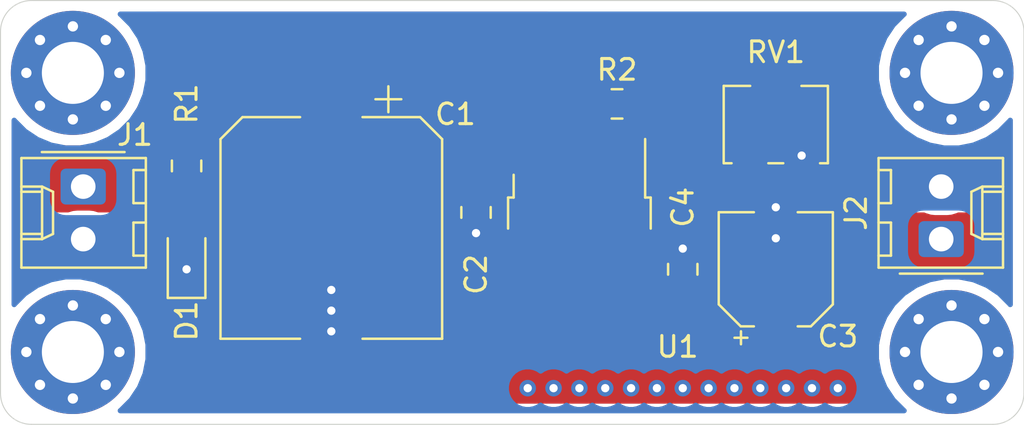
<source format=kicad_pcb>
(kicad_pcb (version 20171130) (host pcbnew "(5.1.6)-1")

  (general
    (thickness 1.6)
    (drawings 8)
    (tracks 33)
    (zones 0)
    (modules 15)
    (nets 6)
  )

  (page A4)
  (layers
    (0 F.Cu signal)
    (31 B.Cu signal)
    (32 B.Adhes user)
    (33 F.Adhes user)
    (34 B.Paste user)
    (35 F.Paste user)
    (36 B.SilkS user)
    (37 F.SilkS user)
    (38 B.Mask user)
    (39 F.Mask user)
    (40 Dwgs.User user)
    (41 Cmts.User user)
    (42 Eco1.User user)
    (43 Eco2.User user)
    (44 Edge.Cuts user)
    (45 Margin user)
    (46 B.CrtYd user)
    (47 F.CrtYd user)
    (48 B.Fab user hide)
    (49 F.Fab user hide)
  )

  (setup
    (last_trace_width 0.25)
    (trace_clearance 0.2)
    (zone_clearance 0.508)
    (zone_45_only no)
    (trace_min 0.2)
    (via_size 0.8)
    (via_drill 0.4)
    (via_min_size 0.4)
    (via_min_drill 0.3)
    (uvia_size 0.3)
    (uvia_drill 0.1)
    (uvias_allowed no)
    (uvia_min_size 0.2)
    (uvia_min_drill 0.1)
    (edge_width 0.05)
    (segment_width 0.2)
    (pcb_text_width 0.3)
    (pcb_text_size 1.5 1.5)
    (mod_edge_width 0.12)
    (mod_text_size 1 1)
    (mod_text_width 0.15)
    (pad_size 1.524 1.524)
    (pad_drill 0.762)
    (pad_to_mask_clearance 0.05)
    (aux_axis_origin 0 0)
    (visible_elements FFFFFF7F)
    (pcbplotparams
      (layerselection 0x010fc_ffffffff)
      (usegerberextensions false)
      (usegerberattributes true)
      (usegerberadvancedattributes true)
      (creategerberjobfile true)
      (excludeedgelayer true)
      (linewidth 0.100000)
      (plotframeref false)
      (viasonmask false)
      (mode 1)
      (useauxorigin false)
      (hpglpennumber 1)
      (hpglpenspeed 20)
      (hpglpendiameter 15.000000)
      (psnegative false)
      (psa4output false)
      (plotreference true)
      (plotvalue true)
      (plotinvisibletext false)
      (padsonsilk false)
      (subtractmaskfromsilk false)
      (outputformat 1)
      (mirror false)
      (drillshape 1)
      (scaleselection 1)
      (outputdirectory ""))
  )

  (net 0 "")
  (net 1 "Net-(C1-Pad1)")
  (net 2 GND)
  (net 3 "Net-(C3-Pad1)")
  (net 4 "Net-(D1-Pad2)")
  (net 5 "Net-(R2-Pad2)")

  (net_class Default "This is the default net class."
    (clearance 0.2)
    (trace_width 0.25)
    (via_dia 0.8)
    (via_drill 0.4)
    (uvia_dia 0.3)
    (uvia_drill 0.1)
    (add_net GND)
    (add_net "Net-(C1-Pad1)")
    (add_net "Net-(C3-Pad1)")
    (add_net "Net-(D1-Pad2)")
    (add_net "Net-(R2-Pad2)")
  )

  (module Capacitor_SMD:CP_Elec_10x12.5 (layer F.Cu) (tedit 5BCA39D1) (tstamp 5F6EB02A)
    (at 142 119 270)
    (descr "SMD capacitor, aluminum electrolytic, Vishay 1012, 10.0x12.5mm, http://www.vishay.com/docs/28395/150crz.pdf")
    (tags "capacitor electrolytic")
    (path /5F6F16A5)
    (attr smd)
    (fp_text reference C1 (at -5.5 -6 180) (layer F.SilkS)
      (effects (font (size 1 1) (thickness 0.15)))
    )
    (fp_text value 1000uF/25V (at 0 6.3 90) (layer F.Fab)
      (effects (font (size 1 1) (thickness 0.15)))
    )
    (fp_line (start -6.65 1.5) (end -5.5 1.5) (layer F.CrtYd) (width 0.05))
    (fp_line (start -6.65 -1.5) (end -6.65 1.5) (layer F.CrtYd) (width 0.05))
    (fp_line (start -5.5 -1.5) (end -6.65 -1.5) (layer F.CrtYd) (width 0.05))
    (fp_line (start -5.5 1.5) (end -5.5 4.35) (layer F.CrtYd) (width 0.05))
    (fp_line (start -5.5 -4.35) (end -5.5 -1.5) (layer F.CrtYd) (width 0.05))
    (fp_line (start -5.5 -4.35) (end -4.35 -5.5) (layer F.CrtYd) (width 0.05))
    (fp_line (start -5.5 4.35) (end -4.35 5.5) (layer F.CrtYd) (width 0.05))
    (fp_line (start -4.35 -5.5) (end 5.5 -5.5) (layer F.CrtYd) (width 0.05))
    (fp_line (start -4.35 5.5) (end 5.5 5.5) (layer F.CrtYd) (width 0.05))
    (fp_line (start 5.5 1.5) (end 5.5 5.5) (layer F.CrtYd) (width 0.05))
    (fp_line (start 6.65 1.5) (end 5.5 1.5) (layer F.CrtYd) (width 0.05))
    (fp_line (start 6.65 -1.5) (end 6.65 1.5) (layer F.CrtYd) (width 0.05))
    (fp_line (start 5.5 -1.5) (end 6.65 -1.5) (layer F.CrtYd) (width 0.05))
    (fp_line (start 5.5 -5.5) (end 5.5 -1.5) (layer F.CrtYd) (width 0.05))
    (fp_line (start -6.225 -3.385) (end -6.225 -2.135) (layer F.SilkS) (width 0.12))
    (fp_line (start -6.85 -2.76) (end -5.6 -2.76) (layer F.SilkS) (width 0.12))
    (fp_line (start -5.36 4.295563) (end -4.295563 5.36) (layer F.SilkS) (width 0.12))
    (fp_line (start -5.36 -4.295563) (end -4.295563 -5.36) (layer F.SilkS) (width 0.12))
    (fp_line (start -5.36 -4.295563) (end -5.36 -1.51) (layer F.SilkS) (width 0.12))
    (fp_line (start -5.36 4.295563) (end -5.36 1.51) (layer F.SilkS) (width 0.12))
    (fp_line (start -4.295563 5.36) (end 5.36 5.36) (layer F.SilkS) (width 0.12))
    (fp_line (start -4.295563 -5.36) (end 5.36 -5.36) (layer F.SilkS) (width 0.12))
    (fp_line (start 5.36 -5.36) (end 5.36 -1.51) (layer F.SilkS) (width 0.12))
    (fp_line (start 5.36 5.36) (end 5.36 1.51) (layer F.SilkS) (width 0.12))
    (fp_line (start -4.058325 -2.2) (end -4.058325 -1.2) (layer F.Fab) (width 0.1))
    (fp_line (start -4.558325 -1.7) (end -3.558325 -1.7) (layer F.Fab) (width 0.1))
    (fp_line (start -5.25 4.25) (end -4.25 5.25) (layer F.Fab) (width 0.1))
    (fp_line (start -5.25 -4.25) (end -4.25 -5.25) (layer F.Fab) (width 0.1))
    (fp_line (start -5.25 -4.25) (end -5.25 4.25) (layer F.Fab) (width 0.1))
    (fp_line (start -4.25 5.25) (end 5.25 5.25) (layer F.Fab) (width 0.1))
    (fp_line (start -4.25 -5.25) (end 5.25 -5.25) (layer F.Fab) (width 0.1))
    (fp_line (start 5.25 -5.25) (end 5.25 5.25) (layer F.Fab) (width 0.1))
    (fp_circle (center 0 0) (end 5 0) (layer F.Fab) (width 0.1))
    (fp_text user %R (at 0 0 90) (layer F.Fab)
      (effects (font (size 1 1) (thickness 0.15)))
    )
    (pad 1 smd roundrect (at -4.2 0 270) (size 4.4 2.5) (layers F.Cu F.Paste F.Mask) (roundrect_rratio 0.1)
      (net 1 "Net-(C1-Pad1)"))
    (pad 2 smd roundrect (at 4.2 0 270) (size 4.4 2.5) (layers F.Cu F.Paste F.Mask) (roundrect_rratio 0.1)
      (net 2 GND))
    (model ${KISYS3DMOD}/Capacitor_SMD.3dshapes/CP_Elec_10x12.5.wrl
      (at (xyz 0 0 0))
      (scale (xyz 1 1 1))
      (rotate (xyz 0 0 0))
    )
  )

  (module Capacitor_SMD:C_0805_2012Metric (layer F.Cu) (tedit 5B36C52B) (tstamp 5F6EB03B)
    (at 149 118.25 270)
    (descr "Capacitor SMD 0805 (2012 Metric), square (rectangular) end terminal, IPC_7351 nominal, (Body size source: https://docs.google.com/spreadsheets/d/1BsfQQcO9C6DZCsRaXUlFlo91Tg2WpOkGARC1WS5S8t0/edit?usp=sharing), generated with kicad-footprint-generator")
    (tags capacitor)
    (path /5F6F1DBC)
    (attr smd)
    (fp_text reference C2 (at 3 0 90) (layer F.SilkS)
      (effects (font (size 1 1) (thickness 0.15)))
    )
    (fp_text value 0.1uF/50V (at 0 1.65 90) (layer F.Fab)
      (effects (font (size 1 1) (thickness 0.15)))
    )
    (fp_line (start 1.68 0.95) (end -1.68 0.95) (layer F.CrtYd) (width 0.05))
    (fp_line (start 1.68 -0.95) (end 1.68 0.95) (layer F.CrtYd) (width 0.05))
    (fp_line (start -1.68 -0.95) (end 1.68 -0.95) (layer F.CrtYd) (width 0.05))
    (fp_line (start -1.68 0.95) (end -1.68 -0.95) (layer F.CrtYd) (width 0.05))
    (fp_line (start -0.258578 0.71) (end 0.258578 0.71) (layer F.SilkS) (width 0.12))
    (fp_line (start -0.258578 -0.71) (end 0.258578 -0.71) (layer F.SilkS) (width 0.12))
    (fp_line (start 1 0.6) (end -1 0.6) (layer F.Fab) (width 0.1))
    (fp_line (start 1 -0.6) (end 1 0.6) (layer F.Fab) (width 0.1))
    (fp_line (start -1 -0.6) (end 1 -0.6) (layer F.Fab) (width 0.1))
    (fp_line (start -1 0.6) (end -1 -0.6) (layer F.Fab) (width 0.1))
    (fp_text user %R (at 0 0 90) (layer F.Fab)
      (effects (font (size 0.5 0.5) (thickness 0.08)))
    )
    (pad 1 smd roundrect (at -0.9375 0 270) (size 0.975 1.4) (layers F.Cu F.Paste F.Mask) (roundrect_rratio 0.25)
      (net 1 "Net-(C1-Pad1)"))
    (pad 2 smd roundrect (at 0.9375 0 270) (size 0.975 1.4) (layers F.Cu F.Paste F.Mask) (roundrect_rratio 0.25)
      (net 2 GND))
    (model ${KISYS3DMOD}/Capacitor_SMD.3dshapes/C_0805_2012Metric.wrl
      (at (xyz 0 0 0))
      (scale (xyz 1 1 1))
      (rotate (xyz 0 0 0))
    )
  )

  (module Capacitor_SMD:CP_Elec_5x5.4 (layer F.Cu) (tedit 5BCA39CF) (tstamp 5F6EB063)
    (at 163.5 121 90)
    (descr "SMD capacitor, aluminum electrolytic, Nichicon, 5.0x5.4mm")
    (tags "capacitor electrolytic")
    (path /5F6EA4E1)
    (attr smd)
    (fp_text reference C3 (at -3.25 3 180) (layer F.SilkS)
      (effects (font (size 1 1) (thickness 0.15)))
    )
    (fp_text value 100uF/25V (at 0 3.7 90) (layer F.Fab)
      (effects (font (size 1 1) (thickness 0.15)))
    )
    (fp_line (start -3.95 1.05) (end -2.9 1.05) (layer F.CrtYd) (width 0.05))
    (fp_line (start -3.95 -1.05) (end -3.95 1.05) (layer F.CrtYd) (width 0.05))
    (fp_line (start -2.9 -1.05) (end -3.95 -1.05) (layer F.CrtYd) (width 0.05))
    (fp_line (start -2.9 1.05) (end -2.9 1.75) (layer F.CrtYd) (width 0.05))
    (fp_line (start -2.9 -1.75) (end -2.9 -1.05) (layer F.CrtYd) (width 0.05))
    (fp_line (start -2.9 -1.75) (end -1.75 -2.9) (layer F.CrtYd) (width 0.05))
    (fp_line (start -2.9 1.75) (end -1.75 2.9) (layer F.CrtYd) (width 0.05))
    (fp_line (start -1.75 -2.9) (end 2.9 -2.9) (layer F.CrtYd) (width 0.05))
    (fp_line (start -1.75 2.9) (end 2.9 2.9) (layer F.CrtYd) (width 0.05))
    (fp_line (start 2.9 1.05) (end 2.9 2.9) (layer F.CrtYd) (width 0.05))
    (fp_line (start 3.95 1.05) (end 2.9 1.05) (layer F.CrtYd) (width 0.05))
    (fp_line (start 3.95 -1.05) (end 3.95 1.05) (layer F.CrtYd) (width 0.05))
    (fp_line (start 2.9 -1.05) (end 3.95 -1.05) (layer F.CrtYd) (width 0.05))
    (fp_line (start 2.9 -2.9) (end 2.9 -1.05) (layer F.CrtYd) (width 0.05))
    (fp_line (start -3.3125 -1.9975) (end -3.3125 -1.3725) (layer F.SilkS) (width 0.12))
    (fp_line (start -3.625 -1.685) (end -3 -1.685) (layer F.SilkS) (width 0.12))
    (fp_line (start -2.76 1.695563) (end -1.695563 2.76) (layer F.SilkS) (width 0.12))
    (fp_line (start -2.76 -1.695563) (end -1.695563 -2.76) (layer F.SilkS) (width 0.12))
    (fp_line (start -2.76 -1.695563) (end -2.76 -1.06) (layer F.SilkS) (width 0.12))
    (fp_line (start -2.76 1.695563) (end -2.76 1.06) (layer F.SilkS) (width 0.12))
    (fp_line (start -1.695563 2.76) (end 2.76 2.76) (layer F.SilkS) (width 0.12))
    (fp_line (start -1.695563 -2.76) (end 2.76 -2.76) (layer F.SilkS) (width 0.12))
    (fp_line (start 2.76 -2.76) (end 2.76 -1.06) (layer F.SilkS) (width 0.12))
    (fp_line (start 2.76 2.76) (end 2.76 1.06) (layer F.SilkS) (width 0.12))
    (fp_line (start -1.783956 -1.45) (end -1.783956 -0.95) (layer F.Fab) (width 0.1))
    (fp_line (start -2.033956 -1.2) (end -1.533956 -1.2) (layer F.Fab) (width 0.1))
    (fp_line (start -2.65 1.65) (end -1.65 2.65) (layer F.Fab) (width 0.1))
    (fp_line (start -2.65 -1.65) (end -1.65 -2.65) (layer F.Fab) (width 0.1))
    (fp_line (start -2.65 -1.65) (end -2.65 1.65) (layer F.Fab) (width 0.1))
    (fp_line (start -1.65 2.65) (end 2.65 2.65) (layer F.Fab) (width 0.1))
    (fp_line (start -1.65 -2.65) (end 2.65 -2.65) (layer F.Fab) (width 0.1))
    (fp_line (start 2.65 -2.65) (end 2.65 2.65) (layer F.Fab) (width 0.1))
    (fp_circle (center 0 0) (end 2.5 0) (layer F.Fab) (width 0.1))
    (fp_text user %R (at 0 0 90) (layer F.Fab)
      (effects (font (size 1 1) (thickness 0.15)))
    )
    (pad 1 smd roundrect (at -2.2 0 90) (size 3 1.6) (layers F.Cu F.Paste F.Mask) (roundrect_rratio 0.15625)
      (net 3 "Net-(C3-Pad1)"))
    (pad 2 smd roundrect (at 2.2 0 90) (size 3 1.6) (layers F.Cu F.Paste F.Mask) (roundrect_rratio 0.15625)
      (net 2 GND))
    (model ${KISYS3DMOD}/Capacitor_SMD.3dshapes/CP_Elec_5x5.4.wrl
      (at (xyz 0 0 0))
      (scale (xyz 1 1 1))
      (rotate (xyz 0 0 0))
    )
  )

  (module Capacitor_SMD:C_0805_2012Metric (layer F.Cu) (tedit 5B36C52B) (tstamp 5F6EB074)
    (at 159 121 90)
    (descr "Capacitor SMD 0805 (2012 Metric), square (rectangular) end terminal, IPC_7351 nominal, (Body size source: https://docs.google.com/spreadsheets/d/1BsfQQcO9C6DZCsRaXUlFlo91Tg2WpOkGARC1WS5S8t0/edit?usp=sharing), generated with kicad-footprint-generator")
    (tags capacitor)
    (path /5F6E9C3C)
    (attr smd)
    (fp_text reference C4 (at 3 0 90) (layer F.SilkS)
      (effects (font (size 1 1) (thickness 0.15)))
    )
    (fp_text value 0.1uF/50V (at 0 1.65 90) (layer F.Fab)
      (effects (font (size 1 1) (thickness 0.15)))
    )
    (fp_text user %R (at 0 0 90) (layer F.Fab)
      (effects (font (size 0.5 0.5) (thickness 0.08)))
    )
    (fp_line (start -1 0.6) (end -1 -0.6) (layer F.Fab) (width 0.1))
    (fp_line (start -1 -0.6) (end 1 -0.6) (layer F.Fab) (width 0.1))
    (fp_line (start 1 -0.6) (end 1 0.6) (layer F.Fab) (width 0.1))
    (fp_line (start 1 0.6) (end -1 0.6) (layer F.Fab) (width 0.1))
    (fp_line (start -0.258578 -0.71) (end 0.258578 -0.71) (layer F.SilkS) (width 0.12))
    (fp_line (start -0.258578 0.71) (end 0.258578 0.71) (layer F.SilkS) (width 0.12))
    (fp_line (start -1.68 0.95) (end -1.68 -0.95) (layer F.CrtYd) (width 0.05))
    (fp_line (start -1.68 -0.95) (end 1.68 -0.95) (layer F.CrtYd) (width 0.05))
    (fp_line (start 1.68 -0.95) (end 1.68 0.95) (layer F.CrtYd) (width 0.05))
    (fp_line (start 1.68 0.95) (end -1.68 0.95) (layer F.CrtYd) (width 0.05))
    (pad 2 smd roundrect (at 0.9375 0 90) (size 0.975 1.4) (layers F.Cu F.Paste F.Mask) (roundrect_rratio 0.25)
      (net 2 GND))
    (pad 1 smd roundrect (at -0.9375 0 90) (size 0.975 1.4) (layers F.Cu F.Paste F.Mask) (roundrect_rratio 0.25)
      (net 3 "Net-(C3-Pad1)"))
    (model ${KISYS3DMOD}/Capacitor_SMD.3dshapes/C_0805_2012Metric.wrl
      (at (xyz 0 0 0))
      (scale (xyz 1 1 1))
      (rotate (xyz 0 0 0))
    )
  )

  (module LED_SMD:LED_0805_2012Metric_Castellated (layer F.Cu) (tedit 5B36C52C) (tstamp 5F6EB087)
    (at 135 120.5 90)
    (descr "LED SMD 0805 (2012 Metric), castellated end terminal, IPC_7351 nominal, (Body size source: https://docs.google.com/spreadsheets/d/1BsfQQcO9C6DZCsRaXUlFlo91Tg2WpOkGARC1WS5S8t0/edit?usp=sharing), generated with kicad-footprint-generator")
    (tags "LED castellated")
    (path /5F6F04AA)
    (attr smd)
    (fp_text reference D1 (at -3 0 90) (layer F.SilkS)
      (effects (font (size 1 1) (thickness 0.15)))
    )
    (fp_text value LED (at 0 1.6 90) (layer F.Fab)
      (effects (font (size 1 1) (thickness 0.15)))
    )
    (fp_line (start 1.88 0.9) (end -1.88 0.9) (layer F.CrtYd) (width 0.05))
    (fp_line (start 1.88 -0.9) (end 1.88 0.9) (layer F.CrtYd) (width 0.05))
    (fp_line (start -1.88 -0.9) (end 1.88 -0.9) (layer F.CrtYd) (width 0.05))
    (fp_line (start -1.88 0.9) (end -1.88 -0.9) (layer F.CrtYd) (width 0.05))
    (fp_line (start -1.885 0.91) (end 1 0.91) (layer F.SilkS) (width 0.12))
    (fp_line (start -1.885 -0.91) (end -1.885 0.91) (layer F.SilkS) (width 0.12))
    (fp_line (start 1 -0.91) (end -1.885 -0.91) (layer F.SilkS) (width 0.12))
    (fp_line (start 1 0.6) (end 1 -0.6) (layer F.Fab) (width 0.1))
    (fp_line (start -1 0.6) (end 1 0.6) (layer F.Fab) (width 0.1))
    (fp_line (start -1 -0.3) (end -1 0.6) (layer F.Fab) (width 0.1))
    (fp_line (start -0.7 -0.6) (end -1 -0.3) (layer F.Fab) (width 0.1))
    (fp_line (start 1 -0.6) (end -0.7 -0.6) (layer F.Fab) (width 0.1))
    (fp_text user %R (at 0 0 90) (layer F.Fab)
      (effects (font (size 0.5 0.5) (thickness 0.08)))
    )
    (pad 1 smd roundrect (at -0.9625 0 90) (size 1.325 1.3) (layers F.Cu F.Paste F.Mask) (roundrect_rratio 0.192308)
      (net 2 GND))
    (pad 2 smd roundrect (at 0.9625 0 90) (size 1.325 1.3) (layers F.Cu F.Paste F.Mask) (roundrect_rratio 0.192308)
      (net 4 "Net-(D1-Pad2)"))
    (model ${KISYS3DMOD}/LED_SMD.3dshapes/LED_0805_2012Metric_Castellated.wrl
      (at (xyz 0 0 0))
      (scale (xyz 1 1 1))
      (rotate (xyz 0 0 0))
    )
  )

  (module Connector_Molex:Molex_KK-254_AE-6410-02A_1x02_P2.54mm_Vertical (layer F.Cu) (tedit 5EA53D3B) (tstamp 5F6EB0CB)
    (at 130 117 270)
    (descr "Molex KK-254 Interconnect System, old/engineering part number: AE-6410-02A example for new part number: 22-27-2021, 2 Pins (http://www.molex.com/pdm_docs/sd/022272021_sd.pdf), generated with kicad-footprint-generator")
    (tags "connector Molex KK-254 vertical")
    (path /5F6ECA21)
    (fp_text reference J1 (at -2.5 -2.5 180) (layer F.SilkS)
      (effects (font (size 1 1) (thickness 0.15)))
    )
    (fp_text value INPUT (at 1.27 4.08 90) (layer F.Fab)
      (effects (font (size 1 1) (thickness 0.15)))
    )
    (fp_line (start 4.31 -3.42) (end -1.77 -3.42) (layer F.CrtYd) (width 0.05))
    (fp_line (start 4.31 3.38) (end 4.31 -3.42) (layer F.CrtYd) (width 0.05))
    (fp_line (start -1.77 3.38) (end 4.31 3.38) (layer F.CrtYd) (width 0.05))
    (fp_line (start -1.77 -3.42) (end -1.77 3.38) (layer F.CrtYd) (width 0.05))
    (fp_line (start 3.34 -2.43) (end 3.34 -3.03) (layer F.SilkS) (width 0.12))
    (fp_line (start 1.74 -2.43) (end 3.34 -2.43) (layer F.SilkS) (width 0.12))
    (fp_line (start 1.74 -3.03) (end 1.74 -2.43) (layer F.SilkS) (width 0.12))
    (fp_line (start 0.8 -2.43) (end 0.8 -3.03) (layer F.SilkS) (width 0.12))
    (fp_line (start -0.8 -2.43) (end 0.8 -2.43) (layer F.SilkS) (width 0.12))
    (fp_line (start -0.8 -3.03) (end -0.8 -2.43) (layer F.SilkS) (width 0.12))
    (fp_line (start 2.29 2.99) (end 2.29 1.99) (layer F.SilkS) (width 0.12))
    (fp_line (start 0.25 2.99) (end 0.25 1.99) (layer F.SilkS) (width 0.12))
    (fp_line (start 2.29 1.46) (end 2.54 1.99) (layer F.SilkS) (width 0.12))
    (fp_line (start 0.25 1.46) (end 2.29 1.46) (layer F.SilkS) (width 0.12))
    (fp_line (start 0 1.99) (end 0.25 1.46) (layer F.SilkS) (width 0.12))
    (fp_line (start 2.54 1.99) (end 2.54 2.99) (layer F.SilkS) (width 0.12))
    (fp_line (start 0 1.99) (end 2.54 1.99) (layer F.SilkS) (width 0.12))
    (fp_line (start 0 2.99) (end 0 1.99) (layer F.SilkS) (width 0.12))
    (fp_line (start -0.562893 0) (end -1.27 0.5) (layer F.Fab) (width 0.1))
    (fp_line (start -1.27 -0.5) (end -0.562893 0) (layer F.Fab) (width 0.1))
    (fp_line (start -1.67 -2) (end -1.67 2) (layer F.SilkS) (width 0.12))
    (fp_line (start 3.92 -3.03) (end -1.38 -3.03) (layer F.SilkS) (width 0.12))
    (fp_line (start 3.92 2.99) (end 3.92 -3.03) (layer F.SilkS) (width 0.12))
    (fp_line (start -1.38 2.99) (end 3.92 2.99) (layer F.SilkS) (width 0.12))
    (fp_line (start -1.38 -3.03) (end -1.38 2.99) (layer F.SilkS) (width 0.12))
    (fp_line (start 3.81 -2.92) (end -1.27 -2.92) (layer F.Fab) (width 0.1))
    (fp_line (start 3.81 2.88) (end 3.81 -2.92) (layer F.Fab) (width 0.1))
    (fp_line (start -1.27 2.88) (end 3.81 2.88) (layer F.Fab) (width 0.1))
    (fp_line (start -1.27 -2.92) (end -1.27 2.88) (layer F.Fab) (width 0.1))
    (fp_text user %R (at 1.27 -2.22 90) (layer F.Fab)
      (effects (font (size 1 1) (thickness 0.15)))
    )
    (pad 1 thru_hole roundrect (at 0 0 270) (size 1.74 2.19) (drill 1.19) (layers *.Cu *.Mask) (roundrect_rratio 0.143678)
      (net 1 "Net-(C1-Pad1)"))
    (pad 2 thru_hole oval (at 2.54 0 270) (size 1.74 2.19) (drill 1.19) (layers *.Cu *.Mask)
      (net 2 GND))
    (model ${KISYS3DMOD}/Connector_Molex.3dshapes/Molex_KK-254_AE-6410-02A_1x02_P2.54mm_Vertical.wrl
      (at (xyz 0 0 0))
      (scale (xyz 1 1 1))
      (rotate (xyz 0 0 0))
    )
  )

  (module Connector_Molex:Molex_KK-254_AE-6410-02A_1x02_P2.54mm_Vertical (layer F.Cu) (tedit 5EA53D3B) (tstamp 5F6EB0EF)
    (at 171.5 119.54 90)
    (descr "Molex KK-254 Interconnect System, old/engineering part number: AE-6410-02A example for new part number: 22-27-2021, 2 Pins (http://www.molex.com/pdm_docs/sd/022272021_sd.pdf), generated with kicad-footprint-generator")
    (tags "connector Molex KK-254 vertical")
    (path /5F6F419B)
    (fp_text reference J2 (at 1.27 -4.12 90) (layer F.SilkS)
      (effects (font (size 1 1) (thickness 0.15)))
    )
    (fp_text value OUTPUT (at 1.27 4.08 90) (layer F.Fab)
      (effects (font (size 1 1) (thickness 0.15)))
    )
    (fp_text user %R (at 1.27 -2.22 90) (layer F.Fab)
      (effects (font (size 1 1) (thickness 0.15)))
    )
    (fp_line (start -1.27 -2.92) (end -1.27 2.88) (layer F.Fab) (width 0.1))
    (fp_line (start -1.27 2.88) (end 3.81 2.88) (layer F.Fab) (width 0.1))
    (fp_line (start 3.81 2.88) (end 3.81 -2.92) (layer F.Fab) (width 0.1))
    (fp_line (start 3.81 -2.92) (end -1.27 -2.92) (layer F.Fab) (width 0.1))
    (fp_line (start -1.38 -3.03) (end -1.38 2.99) (layer F.SilkS) (width 0.12))
    (fp_line (start -1.38 2.99) (end 3.92 2.99) (layer F.SilkS) (width 0.12))
    (fp_line (start 3.92 2.99) (end 3.92 -3.03) (layer F.SilkS) (width 0.12))
    (fp_line (start 3.92 -3.03) (end -1.38 -3.03) (layer F.SilkS) (width 0.12))
    (fp_line (start -1.67 -2) (end -1.67 2) (layer F.SilkS) (width 0.12))
    (fp_line (start -1.27 -0.5) (end -0.562893 0) (layer F.Fab) (width 0.1))
    (fp_line (start -0.562893 0) (end -1.27 0.5) (layer F.Fab) (width 0.1))
    (fp_line (start 0 2.99) (end 0 1.99) (layer F.SilkS) (width 0.12))
    (fp_line (start 0 1.99) (end 2.54 1.99) (layer F.SilkS) (width 0.12))
    (fp_line (start 2.54 1.99) (end 2.54 2.99) (layer F.SilkS) (width 0.12))
    (fp_line (start 0 1.99) (end 0.25 1.46) (layer F.SilkS) (width 0.12))
    (fp_line (start 0.25 1.46) (end 2.29 1.46) (layer F.SilkS) (width 0.12))
    (fp_line (start 2.29 1.46) (end 2.54 1.99) (layer F.SilkS) (width 0.12))
    (fp_line (start 0.25 2.99) (end 0.25 1.99) (layer F.SilkS) (width 0.12))
    (fp_line (start 2.29 2.99) (end 2.29 1.99) (layer F.SilkS) (width 0.12))
    (fp_line (start -0.8 -3.03) (end -0.8 -2.43) (layer F.SilkS) (width 0.12))
    (fp_line (start -0.8 -2.43) (end 0.8 -2.43) (layer F.SilkS) (width 0.12))
    (fp_line (start 0.8 -2.43) (end 0.8 -3.03) (layer F.SilkS) (width 0.12))
    (fp_line (start 1.74 -3.03) (end 1.74 -2.43) (layer F.SilkS) (width 0.12))
    (fp_line (start 1.74 -2.43) (end 3.34 -2.43) (layer F.SilkS) (width 0.12))
    (fp_line (start 3.34 -2.43) (end 3.34 -3.03) (layer F.SilkS) (width 0.12))
    (fp_line (start -1.77 -3.42) (end -1.77 3.38) (layer F.CrtYd) (width 0.05))
    (fp_line (start -1.77 3.38) (end 4.31 3.38) (layer F.CrtYd) (width 0.05))
    (fp_line (start 4.31 3.38) (end 4.31 -3.42) (layer F.CrtYd) (width 0.05))
    (fp_line (start 4.31 -3.42) (end -1.77 -3.42) (layer F.CrtYd) (width 0.05))
    (pad 2 thru_hole oval (at 2.54 0 90) (size 1.74 2.19) (drill 1.19) (layers *.Cu *.Mask)
      (net 2 GND))
    (pad 1 thru_hole roundrect (at 0 0 90) (size 1.74 2.19) (drill 1.19) (layers *.Cu *.Mask) (roundrect_rratio 0.143678)
      (net 3 "Net-(C3-Pad1)"))
    (model ${KISYS3DMOD}/Connector_Molex.3dshapes/Molex_KK-254_AE-6410-02A_1x02_P2.54mm_Vertical.wrl
      (at (xyz 0 0 0))
      (scale (xyz 1 1 1))
      (rotate (xyz 0 0 0))
    )
  )

  (module Resistor_SMD:R_0805_2012Metric (layer F.Cu) (tedit 5B36C52B) (tstamp 5F6EB100)
    (at 135 116 270)
    (descr "Resistor SMD 0805 (2012 Metric), square (rectangular) end terminal, IPC_7351 nominal, (Body size source: https://docs.google.com/spreadsheets/d/1BsfQQcO9C6DZCsRaXUlFlo91Tg2WpOkGARC1WS5S8t0/edit?usp=sharing), generated with kicad-footprint-generator")
    (tags resistor)
    (path /5F6EAF95)
    (attr smd)
    (fp_text reference R1 (at -3 0 90) (layer F.SilkS)
      (effects (font (size 1 1) (thickness 0.15)))
    )
    (fp_text value 2.2k (at 0 1.65 90) (layer F.Fab)
      (effects (font (size 1 1) (thickness 0.15)))
    )
    (fp_line (start 1.68 0.95) (end -1.68 0.95) (layer F.CrtYd) (width 0.05))
    (fp_line (start 1.68 -0.95) (end 1.68 0.95) (layer F.CrtYd) (width 0.05))
    (fp_line (start -1.68 -0.95) (end 1.68 -0.95) (layer F.CrtYd) (width 0.05))
    (fp_line (start -1.68 0.95) (end -1.68 -0.95) (layer F.CrtYd) (width 0.05))
    (fp_line (start -0.258578 0.71) (end 0.258578 0.71) (layer F.SilkS) (width 0.12))
    (fp_line (start -0.258578 -0.71) (end 0.258578 -0.71) (layer F.SilkS) (width 0.12))
    (fp_line (start 1 0.6) (end -1 0.6) (layer F.Fab) (width 0.1))
    (fp_line (start 1 -0.6) (end 1 0.6) (layer F.Fab) (width 0.1))
    (fp_line (start -1 -0.6) (end 1 -0.6) (layer F.Fab) (width 0.1))
    (fp_line (start -1 0.6) (end -1 -0.6) (layer F.Fab) (width 0.1))
    (fp_text user %R (at 0 0 90) (layer F.Fab)
      (effects (font (size 0.5 0.5) (thickness 0.08)))
    )
    (pad 1 smd roundrect (at -0.9375 0 270) (size 0.975 1.4) (layers F.Cu F.Paste F.Mask) (roundrect_rratio 0.25)
      (net 1 "Net-(C1-Pad1)"))
    (pad 2 smd roundrect (at 0.9375 0 270) (size 0.975 1.4) (layers F.Cu F.Paste F.Mask) (roundrect_rratio 0.25)
      (net 4 "Net-(D1-Pad2)"))
    (model ${KISYS3DMOD}/Resistor_SMD.3dshapes/R_0805_2012Metric.wrl
      (at (xyz 0 0 0))
      (scale (xyz 1 1 1))
      (rotate (xyz 0 0 0))
    )
  )

  (module Resistor_SMD:R_0805_2012Metric (layer F.Cu) (tedit 5B36C52B) (tstamp 5F6EB111)
    (at 155.82 113)
    (descr "Resistor SMD 0805 (2012 Metric), square (rectangular) end terminal, IPC_7351 nominal, (Body size source: https://docs.google.com/spreadsheets/d/1BsfQQcO9C6DZCsRaXUlFlo91Tg2WpOkGARC1WS5S8t0/edit?usp=sharing), generated with kicad-footprint-generator")
    (tags resistor)
    (path /5F6F0EF7)
    (attr smd)
    (fp_text reference R2 (at 0 -1.65) (layer F.SilkS)
      (effects (font (size 1 1) (thickness 0.15)))
    )
    (fp_text value 220 (at 0 1.65) (layer F.Fab)
      (effects (font (size 1 1) (thickness 0.15)))
    )
    (fp_line (start 1.68 0.95) (end -1.68 0.95) (layer F.CrtYd) (width 0.05))
    (fp_line (start 1.68 -0.95) (end 1.68 0.95) (layer F.CrtYd) (width 0.05))
    (fp_line (start -1.68 -0.95) (end 1.68 -0.95) (layer F.CrtYd) (width 0.05))
    (fp_line (start -1.68 0.95) (end -1.68 -0.95) (layer F.CrtYd) (width 0.05))
    (fp_line (start -0.258578 0.71) (end 0.258578 0.71) (layer F.SilkS) (width 0.12))
    (fp_line (start -0.258578 -0.71) (end 0.258578 -0.71) (layer F.SilkS) (width 0.12))
    (fp_line (start 1 0.6) (end -1 0.6) (layer F.Fab) (width 0.1))
    (fp_line (start 1 -0.6) (end 1 0.6) (layer F.Fab) (width 0.1))
    (fp_line (start -1 -0.6) (end 1 -0.6) (layer F.Fab) (width 0.1))
    (fp_line (start -1 0.6) (end -1 -0.6) (layer F.Fab) (width 0.1))
    (fp_text user %R (at 0 0) (layer F.Fab)
      (effects (font (size 0.5 0.5) (thickness 0.08)))
    )
    (pad 1 smd roundrect (at -0.9375 0) (size 0.975 1.4) (layers F.Cu F.Paste F.Mask) (roundrect_rratio 0.25)
      (net 3 "Net-(C3-Pad1)"))
    (pad 2 smd roundrect (at 0.9375 0) (size 0.975 1.4) (layers F.Cu F.Paste F.Mask) (roundrect_rratio 0.25)
      (net 5 "Net-(R2-Pad2)"))
    (model ${KISYS3DMOD}/Resistor_SMD.3dshapes/R_0805_2012Metric.wrl
      (at (xyz 0 0 0))
      (scale (xyz 1 1 1))
      (rotate (xyz 0 0 0))
    )
  )

  (module Package_TO_SOT_SMD:TO-252-3_TabPin2 (layer F.Cu) (tedit 5A70F30B) (tstamp 5F6EB14A)
    (at 154 120 270)
    (descr "TO-252 / DPAK SMD package, http://www.infineon.com/cms/en/product/packages/PG-TO252/PG-TO252-3-1/")
    (tags "DPAK TO-252 DPAK-3 TO-252-3 SOT-428")
    (path /5F6E402A)
    (attr smd)
    (fp_text reference U1 (at 4.75 -4.75 180) (layer F.SilkS)
      (effects (font (size 1 1) (thickness 0.15)))
    )
    (fp_text value LM317L_TO92 (at 0 4.5 90) (layer F.Fab)
      (effects (font (size 1 1) (thickness 0.15)))
    )
    (fp_line (start 5.55 -3.5) (end -5.55 -3.5) (layer F.CrtYd) (width 0.05))
    (fp_line (start 5.55 3.5) (end 5.55 -3.5) (layer F.CrtYd) (width 0.05))
    (fp_line (start -5.55 3.5) (end 5.55 3.5) (layer F.CrtYd) (width 0.05))
    (fp_line (start -5.55 -3.5) (end -5.55 3.5) (layer F.CrtYd) (width 0.05))
    (fp_line (start -2.47 3.18) (end -3.57 3.18) (layer F.SilkS) (width 0.12))
    (fp_line (start -2.47 3.45) (end -2.47 3.18) (layer F.SilkS) (width 0.12))
    (fp_line (start -0.97 3.45) (end -2.47 3.45) (layer F.SilkS) (width 0.12))
    (fp_line (start -2.47 -3.18) (end -5.3 -3.18) (layer F.SilkS) (width 0.12))
    (fp_line (start -2.47 -3.45) (end -2.47 -3.18) (layer F.SilkS) (width 0.12))
    (fp_line (start -0.97 -3.45) (end -2.47 -3.45) (layer F.SilkS) (width 0.12))
    (fp_line (start -4.97 2.655) (end -2.27 2.655) (layer F.Fab) (width 0.1))
    (fp_line (start -4.97 1.905) (end -4.97 2.655) (layer F.Fab) (width 0.1))
    (fp_line (start -2.27 1.905) (end -4.97 1.905) (layer F.Fab) (width 0.1))
    (fp_line (start -4.97 0.375) (end -2.27 0.375) (layer F.Fab) (width 0.1))
    (fp_line (start -4.97 -0.375) (end -4.97 0.375) (layer F.Fab) (width 0.1))
    (fp_line (start -2.27 -0.375) (end -4.97 -0.375) (layer F.Fab) (width 0.1))
    (fp_line (start -4.97 -1.905) (end -2.27 -1.905) (layer F.Fab) (width 0.1))
    (fp_line (start -4.97 -2.655) (end -4.97 -1.905) (layer F.Fab) (width 0.1))
    (fp_line (start -1.865 -2.655) (end -4.97 -2.655) (layer F.Fab) (width 0.1))
    (fp_line (start -1.27 -3.25) (end 3.95 -3.25) (layer F.Fab) (width 0.1))
    (fp_line (start -2.27 -2.25) (end -1.27 -3.25) (layer F.Fab) (width 0.1))
    (fp_line (start -2.27 3.25) (end -2.27 -2.25) (layer F.Fab) (width 0.1))
    (fp_line (start 3.95 3.25) (end -2.27 3.25) (layer F.Fab) (width 0.1))
    (fp_line (start 3.95 -3.25) (end 3.95 3.25) (layer F.Fab) (width 0.1))
    (fp_line (start 4.95 2.7) (end 3.95 2.7) (layer F.Fab) (width 0.1))
    (fp_line (start 4.95 -2.7) (end 4.95 2.7) (layer F.Fab) (width 0.1))
    (fp_line (start 3.95 -2.7) (end 4.95 -2.7) (layer F.Fab) (width 0.1))
    (fp_text user %R (at 0 0 90) (layer F.Fab)
      (effects (font (size 1 1) (thickness 0.15)))
    )
    (pad 1 smd rect (at -4.2 -2.28 270) (size 2.2 1.2) (layers F.Cu F.Paste F.Mask)
      (net 5 "Net-(R2-Pad2)"))
    (pad 2 smd rect (at -4.2 0 270) (size 2.2 1.2) (layers F.Cu F.Paste F.Mask)
      (net 3 "Net-(C3-Pad1)"))
    (pad 3 smd rect (at -4.2 2.28 270) (size 2.2 1.2) (layers F.Cu F.Paste F.Mask)
      (net 1 "Net-(C1-Pad1)"))
    (pad 2 smd rect (at 2.1 0 270) (size 6.4 5.8) (layers F.Cu F.Mask)
      (net 3 "Net-(C3-Pad1)"))
    (pad "" smd rect (at 3.775 1.525 270) (size 3.05 2.75) (layers F.Paste))
    (pad "" smd rect (at 0.425 -1.525 270) (size 3.05 2.75) (layers F.Paste))
    (pad "" smd rect (at 3.775 -1.525 270) (size 3.05 2.75) (layers F.Paste))
    (pad "" smd rect (at 0.425 1.525 270) (size 3.05 2.75) (layers F.Paste))
    (model ${KISYS3DMOD}/Package_TO_SOT_SMD.3dshapes/TO-252-3_TabPin2.wrl
      (at (xyz 0 0 0))
      (scale (xyz 1 1 1))
      (rotate (xyz 0 0 0))
    )
  )

  (module MountingHole:MountingHole_3mm_Pad_Via (layer F.Cu) (tedit 56DDBED4) (tstamp 5F6EB4F0)
    (at 129.5 125)
    (descr "Mounting Hole 3mm")
    (tags "mounting hole 3mm")
    (path /5F72B142)
    (attr virtual)
    (fp_text reference H1 (at 4.5 2) (layer F.Fab)
      (effects (font (size 1 1) (thickness 0.15)))
    )
    (fp_text value MountingHole (at 0 4) (layer F.Fab)
      (effects (font (size 1 1) (thickness 0.15)))
    )
    (fp_circle (center 0 0) (end 3.25 0) (layer F.CrtYd) (width 0.05))
    (fp_circle (center 0 0) (end 3 0) (layer Cmts.User) (width 0.15))
    (fp_text user %R (at 0.3 0) (layer F.Fab)
      (effects (font (size 1 1) (thickness 0.15)))
    )
    (pad 1 thru_hole circle (at 0 0) (size 6 6) (drill 3) (layers *.Cu *.Mask))
    (pad 1 thru_hole circle (at 2.25 0) (size 0.8 0.8) (drill 0.5) (layers *.Cu *.Mask))
    (pad 1 thru_hole circle (at 1.59099 1.59099) (size 0.8 0.8) (drill 0.5) (layers *.Cu *.Mask))
    (pad 1 thru_hole circle (at 0 2.25) (size 0.8 0.8) (drill 0.5) (layers *.Cu *.Mask))
    (pad 1 thru_hole circle (at -1.59099 1.59099) (size 0.8 0.8) (drill 0.5) (layers *.Cu *.Mask))
    (pad 1 thru_hole circle (at -2.25 0) (size 0.8 0.8) (drill 0.5) (layers *.Cu *.Mask))
    (pad 1 thru_hole circle (at -1.59099 -1.59099) (size 0.8 0.8) (drill 0.5) (layers *.Cu *.Mask))
    (pad 1 thru_hole circle (at 0 -2.25) (size 0.8 0.8) (drill 0.5) (layers *.Cu *.Mask))
    (pad 1 thru_hole circle (at 1.59099 -1.59099) (size 0.8 0.8) (drill 0.5) (layers *.Cu *.Mask))
  )

  (module MountingHole:MountingHole_3mm_Pad_Via (layer F.Cu) (tedit 56DDBED4) (tstamp 5F6EB4FF)
    (at 129.5 111.5)
    (descr "Mounting Hole 3mm")
    (tags "mounting hole 3mm")
    (path /5F72C06D)
    (attr virtual)
    (fp_text reference H2 (at 4 -2) (layer F.Fab)
      (effects (font (size 1 1) (thickness 0.15)))
    )
    (fp_text value MountingHole (at 0 4) (layer F.Fab)
      (effects (font (size 1 1) (thickness 0.15)))
    )
    (fp_text user %R (at 0.3 0) (layer F.Fab)
      (effects (font (size 1 1) (thickness 0.15)))
    )
    (fp_circle (center 0 0) (end 3 0) (layer Cmts.User) (width 0.15))
    (fp_circle (center 0 0) (end 3.25 0) (layer F.CrtYd) (width 0.05))
    (pad 1 thru_hole circle (at 1.59099 -1.59099) (size 0.8 0.8) (drill 0.5) (layers *.Cu *.Mask))
    (pad 1 thru_hole circle (at 0 -2.25) (size 0.8 0.8) (drill 0.5) (layers *.Cu *.Mask))
    (pad 1 thru_hole circle (at -1.59099 -1.59099) (size 0.8 0.8) (drill 0.5) (layers *.Cu *.Mask))
    (pad 1 thru_hole circle (at -2.25 0) (size 0.8 0.8) (drill 0.5) (layers *.Cu *.Mask))
    (pad 1 thru_hole circle (at -1.59099 1.59099) (size 0.8 0.8) (drill 0.5) (layers *.Cu *.Mask))
    (pad 1 thru_hole circle (at 0 2.25) (size 0.8 0.8) (drill 0.5) (layers *.Cu *.Mask))
    (pad 1 thru_hole circle (at 1.59099 1.59099) (size 0.8 0.8) (drill 0.5) (layers *.Cu *.Mask))
    (pad 1 thru_hole circle (at 2.25 0) (size 0.8 0.8) (drill 0.5) (layers *.Cu *.Mask))
    (pad 1 thru_hole circle (at 0 0) (size 6 6) (drill 3) (layers *.Cu *.Mask))
  )

  (module MountingHole:MountingHole_3mm_Pad_Via (layer F.Cu) (tedit 56DDBED4) (tstamp 5F6EB50E)
    (at 172 125)
    (descr "Mounting Hole 3mm")
    (tags "mounting hole 3mm")
    (path /5F72C3AB)
    (attr virtual)
    (fp_text reference H3 (at -4.5 0) (layer F.Fab)
      (effects (font (size 1 1) (thickness 0.15)))
    )
    (fp_text value MountingHole (at 0 4) (layer F.Fab)
      (effects (font (size 1 1) (thickness 0.15)))
    )
    (fp_circle (center 0 0) (end 3.25 0) (layer F.CrtYd) (width 0.05))
    (fp_circle (center 0 0) (end 3 0) (layer Cmts.User) (width 0.15))
    (fp_text user %R (at 0.3 0) (layer F.Fab)
      (effects (font (size 1 1) (thickness 0.15)))
    )
    (pad 1 thru_hole circle (at 0 0) (size 6 6) (drill 3) (layers *.Cu *.Mask))
    (pad 1 thru_hole circle (at 2.25 0) (size 0.8 0.8) (drill 0.5) (layers *.Cu *.Mask))
    (pad 1 thru_hole circle (at 1.59099 1.59099) (size 0.8 0.8) (drill 0.5) (layers *.Cu *.Mask))
    (pad 1 thru_hole circle (at 0 2.25) (size 0.8 0.8) (drill 0.5) (layers *.Cu *.Mask))
    (pad 1 thru_hole circle (at -1.59099 1.59099) (size 0.8 0.8) (drill 0.5) (layers *.Cu *.Mask))
    (pad 1 thru_hole circle (at -2.25 0) (size 0.8 0.8) (drill 0.5) (layers *.Cu *.Mask))
    (pad 1 thru_hole circle (at -1.59099 -1.59099) (size 0.8 0.8) (drill 0.5) (layers *.Cu *.Mask))
    (pad 1 thru_hole circle (at 0 -2.25) (size 0.8 0.8) (drill 0.5) (layers *.Cu *.Mask))
    (pad 1 thru_hole circle (at 1.59099 -1.59099) (size 0.8 0.8) (drill 0.5) (layers *.Cu *.Mask))
  )

  (module MountingHole:MountingHole_3mm_Pad_Via (layer F.Cu) (tedit 56DDBED4) (tstamp 5F6EB51D)
    (at 172 111.5)
    (descr "Mounting Hole 3mm")
    (tags "mounting hole 3mm")
    (path /5F72C8B2)
    (attr virtual)
    (fp_text reference H4 (at -4.5 0) (layer F.Fab)
      (effects (font (size 1 1) (thickness 0.15)))
    )
    (fp_text value MountingHole (at 0 4) (layer F.Fab)
      (effects (font (size 1 1) (thickness 0.15)))
    )
    (fp_text user %R (at 0.3 0) (layer F.Fab)
      (effects (font (size 1 1) (thickness 0.15)))
    )
    (fp_circle (center 0 0) (end 3 0) (layer Cmts.User) (width 0.15))
    (fp_circle (center 0 0) (end 3.25 0) (layer F.CrtYd) (width 0.05))
    (pad 1 thru_hole circle (at 1.59099 -1.59099) (size 0.8 0.8) (drill 0.5) (layers *.Cu *.Mask))
    (pad 1 thru_hole circle (at 0 -2.25) (size 0.8 0.8) (drill 0.5) (layers *.Cu *.Mask))
    (pad 1 thru_hole circle (at -1.59099 -1.59099) (size 0.8 0.8) (drill 0.5) (layers *.Cu *.Mask))
    (pad 1 thru_hole circle (at -2.25 0) (size 0.8 0.8) (drill 0.5) (layers *.Cu *.Mask))
    (pad 1 thru_hole circle (at -1.59099 1.59099) (size 0.8 0.8) (drill 0.5) (layers *.Cu *.Mask))
    (pad 1 thru_hole circle (at 0 2.25) (size 0.8 0.8) (drill 0.5) (layers *.Cu *.Mask))
    (pad 1 thru_hole circle (at 1.59099 1.59099) (size 0.8 0.8) (drill 0.5) (layers *.Cu *.Mask))
    (pad 1 thru_hole circle (at 2.25 0) (size 0.8 0.8) (drill 0.5) (layers *.Cu *.Mask))
    (pad 1 thru_hole circle (at 0 0) (size 6 6) (drill 3) (layers *.Cu *.Mask))
  )

  (module Potentiometer_SMD:Potentiometer_Bourns_3224W_Vertical (layer F.Cu) (tedit 5A3D7171) (tstamp 5F6EB52C)
    (at 163.5 114 180)
    (descr "Potentiometer, vertical, Bourns 3224W, https://www.bourns.com/docs/Product-Datasheets/3224.pdf")
    (tags "Potentiometer vertical Bourns 3224W")
    (path /5F6EBC94)
    (attr smd)
    (fp_text reference RV1 (at 0 3.5) (layer F.SilkS)
      (effects (font (size 1 1) (thickness 0.15)))
    )
    (fp_text value 1k (at 0 3.5) (layer F.Fab)
      (effects (font (size 1 1) (thickness 0.15)))
    )
    (fp_line (start 2.65 -2.5) (end -2.65 -2.5) (layer F.CrtYd) (width 0.05))
    (fp_line (start 2.65 2.5) (end 2.65 -2.5) (layer F.CrtYd) (width 0.05))
    (fp_line (start -2.65 2.5) (end 2.65 2.5) (layer F.CrtYd) (width 0.05))
    (fp_line (start -2.65 -2.5) (end -2.65 2.5) (layer F.CrtYd) (width 0.05))
    (fp_line (start 2.52 -1.87) (end 2.52 1.87) (layer F.SilkS) (width 0.12))
    (fp_line (start -2.52 -1.87) (end -2.52 1.87) (layer F.SilkS) (width 0.12))
    (fp_line (start 1.24 1.87) (end 2.52 1.87) (layer F.SilkS) (width 0.12))
    (fp_line (start -2.52 1.87) (end -1.24 1.87) (layer F.SilkS) (width 0.12))
    (fp_line (start -0.36 -1.87) (end 0.36 -1.87) (layer F.SilkS) (width 0.12))
    (fp_line (start -2.52 -1.87) (end -2.14 -1.87) (layer F.SilkS) (width 0.12))
    (fp_line (start 2.14 -1.87) (end 2.52 -1.87) (layer F.SilkS) (width 0.12))
    (fp_line (start -1.2 1.393) (end -1.199 -0.092) (layer F.Fab) (width 0.1))
    (fp_line (start -1.2 1.393) (end -1.199 -0.092) (layer F.Fab) (width 0.1))
    (fp_line (start 2.4 -1.75) (end -2.4 -1.75) (layer F.Fab) (width 0.1))
    (fp_line (start 2.4 1.75) (end 2.4 -1.75) (layer F.Fab) (width 0.1))
    (fp_line (start -2.4 1.75) (end 2.4 1.75) (layer F.Fab) (width 0.1))
    (fp_line (start -2.4 -1.75) (end -2.4 1.75) (layer F.Fab) (width 0.1))
    (fp_circle (center -1.2 0.65) (end -0.45 0.65) (layer F.Fab) (width 0.1))
    (fp_text user %R (at 0.6 0) (layer F.Fab)
      (effects (font (size 0.6 0.6) (thickness 0.15)))
    )
    (pad 1 smd rect (at 1.25 -1.45 180) (size 1.3 1.6) (layers F.Cu F.Paste F.Mask)
      (net 5 "Net-(R2-Pad2)"))
    (pad 2 smd rect (at 0 1.45 180) (size 2 1.6) (layers F.Cu F.Paste F.Mask)
      (net 5 "Net-(R2-Pad2)"))
    (pad 3 smd rect (at -1.25 -1.45 180) (size 1.3 1.6) (layers F.Cu F.Paste F.Mask)
      (net 2 GND))
    (model ${KISYS3DMOD}/Potentiometer_SMD.3dshapes/Potentiometer_Bourns_3224W_Vertical.wrl
      (at (xyz 0 0 0))
      (scale (xyz 1 1 1))
      (rotate (xyz 0 0 0))
    )
  )

  (gr_line (start 126 127) (end 126 109.5) (layer Edge.Cuts) (width 0.05) (tstamp 5F6ECF14))
  (gr_line (start 174 128.5) (end 127.5 128.5) (layer Edge.Cuts) (width 0.05) (tstamp 5F6ECF13))
  (gr_line (start 175.5 109.5) (end 175.5 127) (layer Edge.Cuts) (width 0.05) (tstamp 5F6ECF12))
  (gr_line (start 127.5 108) (end 174 108) (layer Edge.Cuts) (width 0.05) (tstamp 5F6ECF11))
  (gr_arc (start 174 127) (end 174 128.5) (angle -90) (layer Edge.Cuts) (width 0.05))
  (gr_arc (start 174 109.5) (end 175.5 109.5) (angle -90) (layer Edge.Cuts) (width 0.05))
  (gr_arc (start 127.5 109.5) (end 127.5 108) (angle -90) (layer Edge.Cuts) (width 0.05))
  (gr_arc (start 127.5 127) (end 126 127) (angle -90) (layer Edge.Cuts) (width 0.05))

  (via (at 164.75 115.5) (size 0.8) (drill 0.4) (layers F.Cu B.Cu) (net 2) (status 30))
  (via (at 163.5 119.5) (size 0.8) (drill 0.4) (layers F.Cu B.Cu) (net 2) (status 30))
  (via (at 163.5 118) (size 0.8) (drill 0.4) (layers F.Cu B.Cu) (net 2) (status 30))
  (via (at 159 120) (size 0.8) (drill 0.4) (layers F.Cu B.Cu) (net 2) (status 30))
  (via (at 149 119.25) (size 0.8) (drill 0.4) (layers F.Cu B.Cu) (net 2) (status 30))
  (via (at 142 124) (size 0.8) (drill 0.4) (layers F.Cu B.Cu) (net 2) (status 30))
  (via (at 142 123) (size 0.8) (drill 0.4) (layers F.Cu B.Cu) (net 2) (status 30))
  (via (at 142 122) (size 0.8) (drill 0.4) (layers F.Cu B.Cu) (net 2) (status 30))
  (via (at 135 121) (size 0.8) (drill 0.4) (layers F.Cu B.Cu) (net 2) (status 30))
  (segment (start 154.8825 113) (end 154.5 113) (width 0.8) (layer F.Cu) (net 3) (status 30))
  (segment (start 154 113.5) (end 154 115.8) (width 0.8) (layer F.Cu) (net 3) (status 20))
  (segment (start 154.5 113) (end 154 113.5) (width 0.8) (layer F.Cu) (net 3) (status 10))
  (via (at 151.5 126.75) (size 0.8) (drill 0.4) (layers F.Cu B.Cu) (net 3))
  (via (at 152.75 126.75) (size 0.8) (drill 0.4) (layers F.Cu B.Cu) (net 3) (tstamp 5F6EE38E))
  (via (at 154 126.75) (size 0.8) (drill 0.4) (layers F.Cu B.Cu) (net 3) (tstamp 5F6EE390))
  (via (at 155.25 126.75) (size 0.8) (drill 0.4) (layers F.Cu B.Cu) (net 3) (tstamp 5F6EE392))
  (via (at 156.5 126.75) (size 0.8) (drill 0.4) (layers F.Cu B.Cu) (net 3) (tstamp 5F6EE394))
  (via (at 157.75 126.75) (size 0.8) (drill 0.4) (layers F.Cu B.Cu) (net 3) (tstamp 5F6EE396))
  (via (at 159 126.75) (size 0.8) (drill 0.4) (layers F.Cu B.Cu) (net 3) (tstamp 5F6EE398))
  (via (at 160.25 126.75) (size 0.8) (drill 0.4) (layers F.Cu B.Cu) (net 3) (tstamp 5F6EE39A))
  (via (at 161.5 126.75) (size 0.8) (drill 0.4) (layers F.Cu B.Cu) (net 3) (tstamp 5F6EE39C))
  (via (at 162.75 126.75) (size 0.8) (drill 0.4) (layers F.Cu B.Cu) (net 3) (tstamp 5F6EE39E))
  (via (at 164 126.75) (size 0.8) (drill 0.4) (layers F.Cu B.Cu) (net 3) (tstamp 5F6EE3C4))
  (via (at 165.25 126.75) (size 0.8) (drill 0.4) (layers F.Cu B.Cu) (net 3) (tstamp 5F6EE3C6))
  (via (at 166.5 126.75) (size 0.8) (drill 0.4) (layers F.Cu B.Cu) (net 3) (tstamp 5F6EE3C8))
  (segment (start 135 116.9375) (end 135 119.5375) (width 0.8) (layer F.Cu) (net 4) (status 30))
  (segment (start 163.5 112.55) (end 163.45 112.55) (width 0.8) (layer F.Cu) (net 5) (status 30))
  (segment (start 162.25 113.75) (end 162.25 115.45) (width 0.8) (layer F.Cu) (net 5) (status 20))
  (segment (start 163.45 112.55) (end 162.25 113.75) (width 0.8) (layer F.Cu) (net 5) (status 10))
  (segment (start 156.7575 115.3225) (end 156.28 115.8) (width 0.8) (layer F.Cu) (net 5) (status 30))
  (segment (start 156.7575 113) (end 156.7575 115.3225) (width 0.8) (layer F.Cu) (net 5) (status 30))
  (segment (start 156.63 115.45) (end 156.28 115.8) (width 0.8) (layer F.Cu) (net 5) (status 30))
  (segment (start 162.25 115.45) (end 156.63 115.45) (width 0.8) (layer F.Cu) (net 5) (status 30))

  (zone (net 2) (net_name GND) (layer B.Cu) (tstamp 0) (hatch edge 0.508)
    (connect_pads yes (clearance 0.508))
    (min_thickness 0.254)
    (fill yes (arc_segments 32) (thermal_gap 0.508) (thermal_bridge_width 0.508) (smoothing fillet) (radius 0.3))
    (polygon
      (pts
        (xy 175.5 128.5) (xy 126 128.5) (xy 126 108) (xy 175.5 108)
      )
    )
    (filled_polygon
      (pts
        (xy 169.682823 108.676511) (xy 169.176511 109.182823) (xy 168.778705 109.778182) (xy 168.504691 110.43971) (xy 168.365 111.141984)
        (xy 168.365 111.858016) (xy 168.504691 112.56029) (xy 168.778705 113.221818) (xy 169.176511 113.817177) (xy 169.682823 114.323489)
        (xy 170.278182 114.721295) (xy 170.93971 114.995309) (xy 171.641984 115.135) (xy 172.358016 115.135) (xy 173.06029 114.995309)
        (xy 173.721818 114.721295) (xy 174.317177 114.323489) (xy 174.823489 113.817177) (xy 174.84 113.792466) (xy 174.840001 122.707535)
        (xy 174.823489 122.682823) (xy 174.317177 122.176511) (xy 173.721818 121.778705) (xy 173.06029 121.504691) (xy 172.358016 121.365)
        (xy 171.641984 121.365) (xy 170.93971 121.504691) (xy 170.278182 121.778705) (xy 169.682823 122.176511) (xy 169.176511 122.682823)
        (xy 168.778705 123.278182) (xy 168.504691 123.93971) (xy 168.365 124.641984) (xy 168.365 125.358016) (xy 168.504691 126.06029)
        (xy 168.778705 126.721818) (xy 169.176511 127.317177) (xy 169.682823 127.823489) (xy 169.707533 127.84) (xy 131.792467 127.84)
        (xy 131.817177 127.823489) (xy 132.323489 127.317177) (xy 132.721295 126.721818) (xy 132.751846 126.648061) (xy 150.465 126.648061)
        (xy 150.465 126.851939) (xy 150.504774 127.051898) (xy 150.582795 127.240256) (xy 150.696063 127.409774) (xy 150.840226 127.553937)
        (xy 151.009744 127.667205) (xy 151.198102 127.745226) (xy 151.398061 127.785) (xy 151.601939 127.785) (xy 151.801898 127.745226)
        (xy 151.990256 127.667205) (xy 152.125 127.577172) (xy 152.259744 127.667205) (xy 152.448102 127.745226) (xy 152.648061 127.785)
        (xy 152.851939 127.785) (xy 153.051898 127.745226) (xy 153.240256 127.667205) (xy 153.375 127.577172) (xy 153.509744 127.667205)
        (xy 153.698102 127.745226) (xy 153.898061 127.785) (xy 154.101939 127.785) (xy 154.301898 127.745226) (xy 154.490256 127.667205)
        (xy 154.625 127.577172) (xy 154.759744 127.667205) (xy 154.948102 127.745226) (xy 155.148061 127.785) (xy 155.351939 127.785)
        (xy 155.551898 127.745226) (xy 155.740256 127.667205) (xy 155.875 127.577172) (xy 156.009744 127.667205) (xy 156.198102 127.745226)
        (xy 156.398061 127.785) (xy 156.601939 127.785) (xy 156.801898 127.745226) (xy 156.990256 127.667205) (xy 157.125 127.577172)
        (xy 157.259744 127.667205) (xy 157.448102 127.745226) (xy 157.648061 127.785) (xy 157.851939 127.785) (xy 158.051898 127.745226)
        (xy 158.240256 127.667205) (xy 158.375 127.577172) (xy 158.509744 127.667205) (xy 158.698102 127.745226) (xy 158.898061 127.785)
        (xy 159.101939 127.785) (xy 159.301898 127.745226) (xy 159.490256 127.667205) (xy 159.625 127.577172) (xy 159.759744 127.667205)
        (xy 159.948102 127.745226) (xy 160.148061 127.785) (xy 160.351939 127.785) (xy 160.551898 127.745226) (xy 160.740256 127.667205)
        (xy 160.875 127.577172) (xy 161.009744 127.667205) (xy 161.198102 127.745226) (xy 161.398061 127.785) (xy 161.601939 127.785)
        (xy 161.801898 127.745226) (xy 161.990256 127.667205) (xy 162.125 127.577172) (xy 162.259744 127.667205) (xy 162.448102 127.745226)
        (xy 162.648061 127.785) (xy 162.851939 127.785) (xy 163.051898 127.745226) (xy 163.240256 127.667205) (xy 163.375 127.577172)
        (xy 163.509744 127.667205) (xy 163.698102 127.745226) (xy 163.898061 127.785) (xy 164.101939 127.785) (xy 164.301898 127.745226)
        (xy 164.490256 127.667205) (xy 164.625 127.577172) (xy 164.759744 127.667205) (xy 164.948102 127.745226) (xy 165.148061 127.785)
        (xy 165.351939 127.785) (xy 165.551898 127.745226) (xy 165.740256 127.667205) (xy 165.875 127.577172) (xy 166.009744 127.667205)
        (xy 166.198102 127.745226) (xy 166.398061 127.785) (xy 166.601939 127.785) (xy 166.801898 127.745226) (xy 166.990256 127.667205)
        (xy 167.159774 127.553937) (xy 167.303937 127.409774) (xy 167.417205 127.240256) (xy 167.495226 127.051898) (xy 167.535 126.851939)
        (xy 167.535 126.648061) (xy 167.495226 126.448102) (xy 167.417205 126.259744) (xy 167.303937 126.090226) (xy 167.159774 125.946063)
        (xy 166.990256 125.832795) (xy 166.801898 125.754774) (xy 166.601939 125.715) (xy 166.398061 125.715) (xy 166.198102 125.754774)
        (xy 166.009744 125.832795) (xy 165.875 125.922828) (xy 165.740256 125.832795) (xy 165.551898 125.754774) (xy 165.351939 125.715)
        (xy 165.148061 125.715) (xy 164.948102 125.754774) (xy 164.759744 125.832795) (xy 164.625 125.922828) (xy 164.490256 125.832795)
        (xy 164.301898 125.754774) (xy 164.101939 125.715) (xy 163.898061 125.715) (xy 163.698102 125.754774) (xy 163.509744 125.832795)
        (xy 163.375 125.922828) (xy 163.240256 125.832795) (xy 163.051898 125.754774) (xy 162.851939 125.715) (xy 162.648061 125.715)
        (xy 162.448102 125.754774) (xy 162.259744 125.832795) (xy 162.125 125.922828) (xy 161.990256 125.832795) (xy 161.801898 125.754774)
        (xy 161.601939 125.715) (xy 161.398061 125.715) (xy 161.198102 125.754774) (xy 161.009744 125.832795) (xy 160.875 125.922828)
        (xy 160.740256 125.832795) (xy 160.551898 125.754774) (xy 160.351939 125.715) (xy 160.148061 125.715) (xy 159.948102 125.754774)
        (xy 159.759744 125.832795) (xy 159.625 125.922828) (xy 159.490256 125.832795) (xy 159.301898 125.754774) (xy 159.101939 125.715)
        (xy 158.898061 125.715) (xy 158.698102 125.754774) (xy 158.509744 125.832795) (xy 158.375 125.922828) (xy 158.240256 125.832795)
        (xy 158.051898 125.754774) (xy 157.851939 125.715) (xy 157.648061 125.715) (xy 157.448102 125.754774) (xy 157.259744 125.832795)
        (xy 157.125 125.922828) (xy 156.990256 125.832795) (xy 156.801898 125.754774) (xy 156.601939 125.715) (xy 156.398061 125.715)
        (xy 156.198102 125.754774) (xy 156.009744 125.832795) (xy 155.875 125.922828) (xy 155.740256 125.832795) (xy 155.551898 125.754774)
        (xy 155.351939 125.715) (xy 155.148061 125.715) (xy 154.948102 125.754774) (xy 154.759744 125.832795) (xy 154.625 125.922828)
        (xy 154.490256 125.832795) (xy 154.301898 125.754774) (xy 154.101939 125.715) (xy 153.898061 125.715) (xy 153.698102 125.754774)
        (xy 153.509744 125.832795) (xy 153.375 125.922828) (xy 153.240256 125.832795) (xy 153.051898 125.754774) (xy 152.851939 125.715)
        (xy 152.648061 125.715) (xy 152.448102 125.754774) (xy 152.259744 125.832795) (xy 152.125 125.922828) (xy 151.990256 125.832795)
        (xy 151.801898 125.754774) (xy 151.601939 125.715) (xy 151.398061 125.715) (xy 151.198102 125.754774) (xy 151.009744 125.832795)
        (xy 150.840226 125.946063) (xy 150.696063 126.090226) (xy 150.582795 126.259744) (xy 150.504774 126.448102) (xy 150.465 126.648061)
        (xy 132.751846 126.648061) (xy 132.995309 126.06029) (xy 133.135 125.358016) (xy 133.135 124.641984) (xy 132.995309 123.93971)
        (xy 132.721295 123.278182) (xy 132.323489 122.682823) (xy 131.817177 122.176511) (xy 131.221818 121.778705) (xy 130.56029 121.504691)
        (xy 129.858016 121.365) (xy 129.141984 121.365) (xy 128.43971 121.504691) (xy 127.778182 121.778705) (xy 127.182823 122.176511)
        (xy 126.676511 122.682823) (xy 126.66 122.707533) (xy 126.66 118.919999) (xy 169.766928 118.919999) (xy 169.766928 120.160001)
        (xy 169.783992 120.333255) (xy 169.834528 120.499851) (xy 169.916595 120.653387) (xy 170.027038 120.787962) (xy 170.161613 120.898405)
        (xy 170.315149 120.980472) (xy 170.481745 121.031008) (xy 170.654999 121.048072) (xy 172.345001 121.048072) (xy 172.518255 121.031008)
        (xy 172.684851 120.980472) (xy 172.838387 120.898405) (xy 172.972962 120.787962) (xy 173.083405 120.653387) (xy 173.165472 120.499851)
        (xy 173.216008 120.333255) (xy 173.233072 120.160001) (xy 173.233072 118.919999) (xy 173.216008 118.746745) (xy 173.165472 118.580149)
        (xy 173.083405 118.426613) (xy 172.972962 118.292038) (xy 172.838387 118.181595) (xy 172.684851 118.099528) (xy 172.518255 118.048992)
        (xy 172.345001 118.031928) (xy 170.654999 118.031928) (xy 170.481745 118.048992) (xy 170.315149 118.099528) (xy 170.161613 118.181595)
        (xy 170.027038 118.292038) (xy 169.916595 118.426613) (xy 169.834528 118.580149) (xy 169.783992 118.746745) (xy 169.766928 118.919999)
        (xy 126.66 118.919999) (xy 126.66 116.379999) (xy 128.266928 116.379999) (xy 128.266928 117.620001) (xy 128.283992 117.793255)
        (xy 128.334528 117.959851) (xy 128.416595 118.113387) (xy 128.527038 118.247962) (xy 128.661613 118.358405) (xy 128.815149 118.440472)
        (xy 128.981745 118.491008) (xy 129.154999 118.508072) (xy 130.845001 118.508072) (xy 131.018255 118.491008) (xy 131.184851 118.440472)
        (xy 131.338387 118.358405) (xy 131.472962 118.247962) (xy 131.583405 118.113387) (xy 131.665472 117.959851) (xy 131.716008 117.793255)
        (xy 131.733072 117.620001) (xy 131.733072 116.379999) (xy 131.716008 116.206745) (xy 131.665472 116.040149) (xy 131.583405 115.886613)
        (xy 131.472962 115.752038) (xy 131.338387 115.641595) (xy 131.184851 115.559528) (xy 131.018255 115.508992) (xy 130.845001 115.491928)
        (xy 129.154999 115.491928) (xy 128.981745 115.508992) (xy 128.815149 115.559528) (xy 128.661613 115.641595) (xy 128.527038 115.752038)
        (xy 128.416595 115.886613) (xy 128.334528 116.040149) (xy 128.283992 116.206745) (xy 128.266928 116.379999) (xy 126.66 116.379999)
        (xy 126.66 113.792467) (xy 126.676511 113.817177) (xy 127.182823 114.323489) (xy 127.778182 114.721295) (xy 128.43971 114.995309)
        (xy 129.141984 115.135) (xy 129.858016 115.135) (xy 130.56029 114.995309) (xy 131.221818 114.721295) (xy 131.817177 114.323489)
        (xy 132.323489 113.817177) (xy 132.721295 113.221818) (xy 132.995309 112.56029) (xy 133.135 111.858016) (xy 133.135 111.141984)
        (xy 132.995309 110.43971) (xy 132.721295 109.778182) (xy 132.323489 109.182823) (xy 131.817177 108.676511) (xy 131.792467 108.66)
        (xy 169.707533 108.66)
      )
    )
  )
  (zone (net 1) (net_name "Net-(C1-Pad1)") (layer F.Cu) (tstamp 0) (hatch edge 0.508)
    (connect_pads yes (clearance 0.508))
    (min_thickness 0.254)
    (fill yes (arc_segments 32) (thermal_gap 0.508) (thermal_bridge_width 0.508) (smoothing chamfer) (radius 0.3))
    (polygon
      (pts
        (xy 152.75 118.25) (xy 126.75 118.25) (xy 126.75 115) (xy 130.75 115) (xy 132 114.25)
        (xy 133.25 112) (xy 133.25 108.5) (xy 152.75 108.5)
      )
    )
    (filled_polygon
      (pts
        (xy 152.623 108.852606) (xy 152.623 117.897394) (xy 152.397394 118.123) (xy 149.773755 118.123) (xy 149.628285 118.078872)
        (xy 149.45625 118.061928) (xy 148.54375 118.061928) (xy 148.371715 118.078872) (xy 148.226245 118.123) (xy 136.035 118.123)
        (xy 136.035 117.841552) (xy 136.079792 117.804792) (xy 136.189458 117.671164) (xy 136.270947 117.518709) (xy 136.321128 117.353285)
        (xy 136.338072 117.18125) (xy 136.338072 116.69375) (xy 136.321128 116.521715) (xy 136.270947 116.356291) (xy 136.189458 116.203836)
        (xy 136.079792 116.070208) (xy 135.946164 115.960542) (xy 135.793709 115.879053) (xy 135.628285 115.828872) (xy 135.45625 115.811928)
        (xy 134.54375 115.811928) (xy 134.371715 115.828872) (xy 134.206291 115.879053) (xy 134.053836 115.960542) (xy 133.920208 116.070208)
        (xy 133.810542 116.203836) (xy 133.729053 116.356291) (xy 133.678872 116.521715) (xy 133.661928 116.69375) (xy 133.661928 117.18125)
        (xy 133.678872 117.353285) (xy 133.729053 117.518709) (xy 133.810542 117.671164) (xy 133.920208 117.804792) (xy 133.965 117.841552)
        (xy 133.965 118.123) (xy 130.738342 118.123) (xy 130.520032 118.056776) (xy 130.298936 118.035) (xy 129.701064 118.035)
        (xy 129.479968 118.056776) (xy 129.261658 118.123) (xy 127.102606 118.123) (xy 126.877 117.897394) (xy 126.877 115.352606)
        (xy 127.102606 115.127) (xy 129.101765 115.127) (xy 129.141984 115.135) (xy 129.858016 115.135) (xy 129.898235 115.127)
        (xy 130.45 115.127) (xy 130.483901 115.122392) (xy 131.041149 114.968043) (xy 131.072589 114.954553) (xy 131.808093 114.513251)
        (xy 131.834038 114.492643) (xy 132.236979 114.076047) (xy 132.256711 114.04943) (xy 132.692819 113.264436) (xy 132.721295 113.221818)
        (xy 132.735361 113.187859) (xy 133.215325 112.323924) (xy 133.227247 112.294104) (xy 133.37294 111.731857) (xy 133.377 111.7)
        (xy 133.377 108.852606) (xy 133.569606 108.66) (xy 152.430394 108.66)
      )
    )
  )
  (zone (net 3) (net_name "Net-(C3-Pad1)") (layer F.Cu) (tstamp 0) (hatch edge 0.508)
    (connect_pads yes (clearance 0.508))
    (min_thickness 0.254)
    (fill yes (arc_segments 32) (thermal_gap 0.508) (thermal_bridge_width 0.508))
    (polygon
      (pts
        (xy 155.25 118) (xy 157.25 118) (xy 157.25 121) (xy 165.5 121) (xy 165.5 118.25)
        (xy 174.5 118.25) (xy 174.5 121.5) (xy 171.25 121.5) (xy 170 122) (xy 169 122.75)
        (xy 168.5 124.5) (xy 168.5 127.5) (xy 160.5 127.5) (xy 150.25 127.5) (xy 150.25 118.5)
        (xy 153 118.5) (xy 153 114.25) (xy 155.25 114.25)
      )
    )
    (filled_polygon
      (pts
        (xy 155.123 114.395014) (xy 155.090498 114.45582) (xy 155.054188 114.575518) (xy 155.041928 114.7) (xy 155.041928 116.9)
        (xy 155.054188 117.024482) (xy 155.090498 117.14418) (xy 155.123 117.204986) (xy 155.123 118) (xy 155.12544 118.024776)
        (xy 155.132667 118.048601) (xy 155.144403 118.070557) (xy 155.160197 118.089803) (xy 155.179443 118.105597) (xy 155.201399 118.117333)
        (xy 155.225224 118.12456) (xy 155.25 118.127) (xy 157.123 118.127) (xy 157.123 121) (xy 157.12544 121.024776)
        (xy 157.132667 121.048601) (xy 157.144403 121.070557) (xy 157.160197 121.089803) (xy 157.179443 121.105597) (xy 157.201399 121.117333)
        (xy 157.225224 121.12456) (xy 157.25 121.127) (xy 158.226245 121.127) (xy 158.371715 121.171128) (xy 158.54375 121.188072)
        (xy 159.45625 121.188072) (xy 159.628285 121.171128) (xy 159.773755 121.127) (xy 165.5 121.127) (xy 165.524776 121.12456)
        (xy 165.548601 121.117333) (xy 165.570557 121.105597) (xy 165.589803 121.089803) (xy 165.605597 121.070557) (xy 165.617333 121.048601)
        (xy 165.62456 121.024776) (xy 165.627 121) (xy 165.627 118.377) (xy 170.658547 118.377) (xy 170.696275 118.397166)
        (xy 170.979968 118.483224) (xy 171.201064 118.505) (xy 171.798936 118.505) (xy 172.020032 118.483224) (xy 172.303725 118.397166)
        (xy 172.341453 118.377) (xy 174.373 118.377) (xy 174.373 121.373) (xy 172.398235 121.373) (xy 172.358016 121.365)
        (xy 171.641984 121.365) (xy 171.601765 121.373) (xy 171.25 121.373) (xy 171.225224 121.37544) (xy 171.202833 121.382083)
        (xy 169.952833 121.882083) (xy 169.9238 121.8984) (xy 168.9238 122.6484) (xy 168.905443 122.665218) (xy 168.89072 122.685294)
        (xy 168.877886 122.71511) (xy 168.579828 123.758314) (xy 168.504691 123.93971) (xy 168.451276 124.208244) (xy 168.377886 124.46511)
        (xy 168.373 124.5) (xy 168.373 124.601765) (xy 168.365 124.641984) (xy 168.365 125.358016) (xy 168.373 125.398235)
        (xy 168.373 127.373) (xy 150.377 127.373) (xy 150.377 118.627) (xy 153 118.627) (xy 153.024776 118.62456)
        (xy 153.048601 118.617333) (xy 153.070557 118.605597) (xy 153.089803 118.589803) (xy 153.105597 118.570557) (xy 153.117333 118.548601)
        (xy 153.12456 118.524776) (xy 153.127 118.5) (xy 153.127 114.377) (xy 155.123 114.377)
      )
    )
  )
)

</source>
